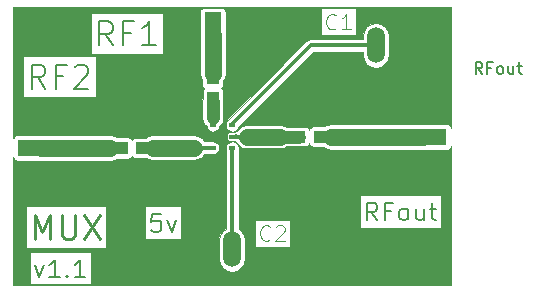
<source format=gbr>
G04 #@! TF.FileFunction,Copper,L1,Top,Signal*
%FSLAX46Y46*%
G04 Gerber Fmt 4.6, Leading zero omitted, Abs format (unit mm)*
G04 Created by KiCad (PCBNEW 4.0.2+dfsg1-stable) date Qua 18 Mai 2016 07:41:20 BRT*
%MOMM*%
G01*
G04 APERTURE LIST*
%ADD10C,0.100000*%
%ADD11C,0.200000*%
%ADD12C,0.150000*%
%ADD13C,0.250000*%
%ADD14C,1.500000*%
%ADD15O,1.506220X3.014980*%
%ADD16R,4.000000X1.475000*%
%ADD17R,1.475000X4.000000*%
%ADD18R,1.100000X1.000000*%
%ADD19R,1.100000X1.100000*%
%ADD20R,1.000000X1.100000*%
%ADD21R,0.610000X0.380000*%
%ADD22C,0.380000*%
%ADD23C,1.470000*%
%ADD24C,1.100000*%
G04 APERTURE END LIST*
D10*
D11*
X162534766Y-104264851D02*
X162034766Y-103550566D01*
X161677623Y-104264851D02*
X161677623Y-102764851D01*
X162249051Y-102764851D01*
X162391909Y-102836280D01*
X162463337Y-102907709D01*
X162534766Y-103050566D01*
X162534766Y-103264851D01*
X162463337Y-103407709D01*
X162391909Y-103479137D01*
X162249051Y-103550566D01*
X161677623Y-103550566D01*
X163677623Y-103479137D02*
X163177623Y-103479137D01*
X163177623Y-104264851D02*
X163177623Y-102764851D01*
X163891909Y-102764851D01*
X164677623Y-104264851D02*
X164534765Y-104193423D01*
X164463337Y-104121994D01*
X164391908Y-103979137D01*
X164391908Y-103550566D01*
X164463337Y-103407709D01*
X164534765Y-103336280D01*
X164677623Y-103264851D01*
X164891908Y-103264851D01*
X165034765Y-103336280D01*
X165106194Y-103407709D01*
X165177623Y-103550566D01*
X165177623Y-103979137D01*
X165106194Y-104121994D01*
X165034765Y-104193423D01*
X164891908Y-104264851D01*
X164677623Y-104264851D01*
X166463337Y-103264851D02*
X166463337Y-104264851D01*
X165820480Y-103264851D02*
X165820480Y-104050566D01*
X165891908Y-104193423D01*
X166034766Y-104264851D01*
X166249051Y-104264851D01*
X166391908Y-104193423D01*
X166463337Y-104121994D01*
X166963337Y-103264851D02*
X167534766Y-103264851D01*
X167177623Y-102764851D02*
X167177623Y-104050566D01*
X167249051Y-104193423D01*
X167391909Y-104264851D01*
X167534766Y-104264851D01*
X144194875Y-103714811D02*
X143480589Y-103714811D01*
X143409160Y-104429097D01*
X143480589Y-104357669D01*
X143623446Y-104286240D01*
X143980589Y-104286240D01*
X144123446Y-104357669D01*
X144194875Y-104429097D01*
X144266303Y-104571954D01*
X144266303Y-104929097D01*
X144194875Y-105071954D01*
X144123446Y-105143383D01*
X143980589Y-105214811D01*
X143623446Y-105214811D01*
X143480589Y-105143383D01*
X143409160Y-105071954D01*
X144766303Y-104214811D02*
X145123446Y-105214811D01*
X145480588Y-104214811D01*
D10*
X153453334Y-105874286D02*
X153391429Y-105936190D01*
X153205715Y-105998095D01*
X153081905Y-105998095D01*
X152896191Y-105936190D01*
X152772382Y-105812381D01*
X152710477Y-105688571D01*
X152648572Y-105440952D01*
X152648572Y-105255238D01*
X152710477Y-105007619D01*
X152772382Y-104883810D01*
X152896191Y-104760000D01*
X153081905Y-104698095D01*
X153205715Y-104698095D01*
X153391429Y-104760000D01*
X153453334Y-104821905D01*
X153948572Y-104821905D02*
X154010477Y-104760000D01*
X154134286Y-104698095D01*
X154443810Y-104698095D01*
X154567620Y-104760000D01*
X154629524Y-104821905D01*
X154691429Y-104945714D01*
X154691429Y-105069524D01*
X154629524Y-105255238D01*
X153886667Y-105998095D01*
X154691429Y-105998095D01*
X159041334Y-87967286D02*
X158979429Y-88029190D01*
X158793715Y-88091095D01*
X158669905Y-88091095D01*
X158484191Y-88029190D01*
X158360382Y-87905381D01*
X158298477Y-87781571D01*
X158236572Y-87533952D01*
X158236572Y-87348238D01*
X158298477Y-87100619D01*
X158360382Y-86976810D01*
X158484191Y-86853000D01*
X158669905Y-86791095D01*
X158793715Y-86791095D01*
X158979429Y-86853000D01*
X159041334Y-86914905D01*
X160279429Y-88091095D02*
X159536572Y-88091095D01*
X159908001Y-88091095D02*
X159908001Y-86791095D01*
X159784191Y-86976810D01*
X159660382Y-87100619D01*
X159536572Y-87162524D01*
D11*
X171440476Y-91872381D02*
X171107142Y-91396190D01*
X170869047Y-91872381D02*
X170869047Y-90872381D01*
X171250000Y-90872381D01*
X171345238Y-90920000D01*
X171392857Y-90967619D01*
X171440476Y-91062857D01*
X171440476Y-91205714D01*
X171392857Y-91300952D01*
X171345238Y-91348571D01*
X171250000Y-91396190D01*
X170869047Y-91396190D01*
X172202381Y-91348571D02*
X171869047Y-91348571D01*
X171869047Y-91872381D02*
X171869047Y-90872381D01*
X172345238Y-90872381D01*
X172869047Y-91872381D02*
X172773809Y-91824762D01*
X172726190Y-91777143D01*
X172678571Y-91681905D01*
X172678571Y-91396190D01*
X172726190Y-91300952D01*
X172773809Y-91253333D01*
X172869047Y-91205714D01*
X173011905Y-91205714D01*
X173107143Y-91253333D01*
X173154762Y-91300952D01*
X173202381Y-91396190D01*
X173202381Y-91681905D01*
X173154762Y-91777143D01*
X173107143Y-91824762D01*
X173011905Y-91872381D01*
X172869047Y-91872381D01*
X174059524Y-91205714D02*
X174059524Y-91872381D01*
X173630952Y-91205714D02*
X173630952Y-91729524D01*
X173678571Y-91824762D01*
X173773809Y-91872381D01*
X173916667Y-91872381D01*
X174011905Y-91824762D01*
X174059524Y-91777143D01*
X174392857Y-91205714D02*
X174773809Y-91205714D01*
X174535714Y-90872381D02*
X174535714Y-91729524D01*
X174583333Y-91824762D01*
X174678571Y-91872381D01*
X174773809Y-91872381D01*
X134445524Y-93106762D02*
X133778857Y-92154381D01*
X133302666Y-93106762D02*
X133302666Y-91106762D01*
X134064571Y-91106762D01*
X134255047Y-91202000D01*
X134350286Y-91297238D01*
X134445524Y-91487714D01*
X134445524Y-91773429D01*
X134350286Y-91963905D01*
X134255047Y-92059143D01*
X134064571Y-92154381D01*
X133302666Y-92154381D01*
X135969333Y-92059143D02*
X135302666Y-92059143D01*
X135302666Y-93106762D02*
X135302666Y-91106762D01*
X136255047Y-91106762D01*
X136921714Y-91297238D02*
X137016952Y-91202000D01*
X137207429Y-91106762D01*
X137683619Y-91106762D01*
X137874095Y-91202000D01*
X137969333Y-91297238D01*
X138064572Y-91487714D01*
X138064572Y-91678190D01*
X137969333Y-91963905D01*
X136826476Y-93106762D01*
X138064572Y-93106762D01*
X140160524Y-89423762D02*
X139493857Y-88471381D01*
X139017666Y-89423762D02*
X139017666Y-87423762D01*
X139779571Y-87423762D01*
X139970047Y-87519000D01*
X140065286Y-87614238D01*
X140160524Y-87804714D01*
X140160524Y-88090429D01*
X140065286Y-88280905D01*
X139970047Y-88376143D01*
X139779571Y-88471381D01*
X139017666Y-88471381D01*
X141684333Y-88376143D02*
X141017666Y-88376143D01*
X141017666Y-89423762D02*
X141017666Y-87423762D01*
X141970047Y-87423762D01*
X143779572Y-89423762D02*
X142636714Y-89423762D01*
X143208143Y-89423762D02*
X143208143Y-87423762D01*
X143017667Y-87709476D01*
X142827191Y-87899952D01*
X142636714Y-87995190D01*
D12*
X133569344Y-108085771D02*
X133926487Y-109085771D01*
X134283629Y-108085771D01*
X135640772Y-109085771D02*
X134783629Y-109085771D01*
X135212201Y-109085771D02*
X135212201Y-107585771D01*
X135069344Y-107800057D01*
X134926486Y-107942914D01*
X134783629Y-108014343D01*
X136283629Y-108942914D02*
X136355057Y-109014343D01*
X136283629Y-109085771D01*
X136212200Y-109014343D01*
X136283629Y-108942914D01*
X136283629Y-109085771D01*
X137783629Y-109085771D02*
X136926486Y-109085771D01*
X137355058Y-109085771D02*
X137355058Y-107585771D01*
X137212201Y-107800057D01*
X137069343Y-107942914D01*
X136926486Y-108014343D01*
D13*
X133523053Y-105847402D02*
X133523053Y-103847402D01*
X134189720Y-105275973D01*
X134856387Y-103847402D01*
X134856387Y-105847402D01*
X135808767Y-103847402D02*
X135808767Y-105466450D01*
X135904006Y-105656926D01*
X135999244Y-105752164D01*
X136189720Y-105847402D01*
X136570672Y-105847402D01*
X136761148Y-105752164D01*
X136856387Y-105656926D01*
X136951625Y-105466450D01*
X136951625Y-103847402D01*
X137713529Y-103847402D02*
X139046863Y-105847402D01*
X139046863Y-103847402D02*
X137713529Y-105847402D01*
D14*
X155000000Y-94670000D03*
X157500000Y-94670000D03*
X160000000Y-94670000D03*
X162500000Y-94670000D03*
X152500000Y-99670000D03*
X155000000Y-99670000D03*
X157500000Y-99670000D03*
X160000000Y-99670000D03*
X162500000Y-99670000D03*
X146110000Y-94000000D03*
X145040000Y-95600000D03*
X147540000Y-100600000D03*
X145040000Y-100600000D03*
X142540000Y-100600000D03*
X140040000Y-100600000D03*
X142540000Y-95600000D03*
X140040000Y-95600000D03*
X137540000Y-95600000D03*
X137540000Y-100600000D03*
X151110000Y-91500000D03*
D15*
X162400000Y-89460000D03*
X164940000Y-89460000D03*
X150240000Y-106720000D03*
X147700000Y-106720000D03*
D16*
X166420000Y-97200000D03*
D17*
X148610000Y-88610000D03*
D16*
X134070000Y-98130000D03*
D14*
X146110000Y-91500000D03*
D18*
X142600000Y-98130000D03*
D19*
X140900000Y-98130000D03*
D18*
X157650000Y-97170000D03*
D19*
X155950000Y-97170000D03*
D20*
X148610000Y-93910000D03*
D19*
X148610000Y-92210000D03*
D21*
X148620000Y-97170000D03*
X148620000Y-98110000D03*
X148620000Y-96230000D03*
X150260000Y-97170000D03*
X150260000Y-96230000D03*
X150260000Y-98110000D03*
D22*
X148620000Y-98110000D02*
X146980000Y-98110000D01*
D23*
X146980000Y-98110000D02*
X143580000Y-98110000D01*
X134070000Y-98130000D02*
X139900000Y-98130000D01*
X139900000Y-98130000D02*
X139910000Y-98140000D01*
X166420000Y-97200000D02*
X158670000Y-97200000D01*
X158670000Y-97200000D02*
X158660000Y-97190000D01*
D24*
X155950000Y-97170000D02*
X154310320Y-97170000D01*
D23*
X154310320Y-97170000D02*
X154289760Y-97190560D01*
X154289760Y-97190560D02*
X151485600Y-97190560D01*
D22*
X151485600Y-97190560D02*
X151465280Y-97170240D01*
X151465280Y-97170240D02*
X150611840Y-97170240D01*
X150611840Y-97170240D02*
X150591520Y-97149920D01*
X148620480Y-96229520D02*
X148620000Y-96230000D01*
D13*
X148619560Y-96230440D02*
X148620000Y-96230000D01*
D24*
X148610000Y-94140000D02*
X148610000Y-95590000D01*
D23*
X148610000Y-88610000D02*
X148610000Y-91820000D01*
X148610000Y-91820000D02*
X148630000Y-91840000D01*
D22*
X150260000Y-96230000D02*
X150260000Y-96110000D01*
X150260000Y-96110000D02*
X156910000Y-89460000D01*
X156910000Y-89460000D02*
X162400000Y-89460000D01*
D13*
X162770000Y-90190000D02*
X162780000Y-90180000D01*
D22*
X150260000Y-98110000D02*
X150260000Y-106700000D01*
X150260000Y-106700000D02*
X150240000Y-106720000D01*
D10*
G36*
X168775000Y-96452636D02*
X168752451Y-96332798D01*
X168675797Y-96213675D01*
X168558837Y-96133759D01*
X168420000Y-96105644D01*
X164420000Y-96105644D01*
X164370277Y-96115000D01*
X158710273Y-96115000D01*
X158660000Y-96105000D01*
X158244789Y-96187591D01*
X158056885Y-96313144D01*
X157100000Y-96313144D01*
X156970298Y-96337549D01*
X156851175Y-96414203D01*
X156771259Y-96531163D01*
X156754113Y-96615833D01*
X156737465Y-96527356D01*
X156682712Y-96442268D01*
X156599169Y-96385185D01*
X156500000Y-96365103D01*
X155400000Y-96365103D01*
X155373974Y-96370000D01*
X154851921Y-96370000D01*
X154687263Y-96259979D01*
X154310320Y-96185000D01*
X154206958Y-96205560D01*
X151485600Y-96205560D01*
X151108657Y-96280539D01*
X150789100Y-96494060D01*
X150638609Y-96719286D01*
X150591520Y-96709920D01*
X150423139Y-96743413D01*
X150297950Y-96827062D01*
X149955000Y-96827062D01*
X149899414Y-96837521D01*
X149848361Y-96870373D01*
X149814111Y-96920499D01*
X149802062Y-96980000D01*
X149802062Y-97360000D01*
X149812521Y-97415586D01*
X149845373Y-97466639D01*
X149895499Y-97500889D01*
X149955000Y-97512938D01*
X150347962Y-97512938D01*
X150443459Y-97576747D01*
X150602954Y-97608472D01*
X150789100Y-97887060D01*
X151108657Y-98100581D01*
X151485600Y-98175560D01*
X154289760Y-98175560D01*
X154666703Y-98100581D01*
X154862131Y-97970000D01*
X155375818Y-97970000D01*
X155400000Y-97974897D01*
X156500000Y-97974897D01*
X156592644Y-97957465D01*
X156677732Y-97902712D01*
X156734815Y-97819169D01*
X156753682Y-97726002D01*
X156767549Y-97799702D01*
X156844203Y-97918825D01*
X156961163Y-97998741D01*
X157100000Y-98026856D01*
X157992054Y-98026856D01*
X158254788Y-98202409D01*
X158670000Y-98285000D01*
X164373798Y-98285000D01*
X164420000Y-98294356D01*
X168420000Y-98294356D01*
X168549702Y-98269951D01*
X168668825Y-98193297D01*
X168748741Y-98076337D01*
X168775000Y-97946665D01*
X168775000Y-109775000D01*
X131725000Y-109775000D01*
X131725000Y-106982200D01*
X133130058Y-106982200D01*
X133130058Y-109682200D01*
X138294343Y-109682200D01*
X138294343Y-106982200D01*
X133130058Y-106982200D01*
X131725000Y-106982200D01*
X131725000Y-103017640D01*
X132771863Y-103017640D01*
X132771863Y-106617640D01*
X139607577Y-106617640D01*
X139607577Y-105929230D01*
X149136890Y-105929230D01*
X149136890Y-107510770D01*
X149220859Y-107932912D01*
X149459983Y-108290787D01*
X149817858Y-108529911D01*
X150240000Y-108613880D01*
X150662142Y-108529911D01*
X151020017Y-108290787D01*
X151259141Y-107932912D01*
X151343110Y-107510770D01*
X151343110Y-105929230D01*
X151259141Y-105507088D01*
X151020017Y-105149213D01*
X150800000Y-105002203D01*
X150800000Y-104200000D01*
X152200953Y-104200000D01*
X152200953Y-106520000D01*
X155139048Y-106520000D01*
X155139048Y-104200000D01*
X152200953Y-104200000D01*
X150800000Y-104200000D01*
X150800000Y-102086280D01*
X161070480Y-102086280D01*
X161070480Y-104886280D01*
X167927623Y-104886280D01*
X167927623Y-102086280D01*
X161070480Y-102086280D01*
X150800000Y-102086280D01*
X150800000Y-98110000D01*
X150758895Y-97903351D01*
X150641838Y-97728162D01*
X150466649Y-97611105D01*
X150260000Y-97570000D01*
X150053351Y-97611105D01*
X149878162Y-97728162D01*
X149761105Y-97903351D01*
X149720000Y-98110000D01*
X149720000Y-104975476D01*
X149459983Y-105149213D01*
X149220859Y-105507088D01*
X149136890Y-105929230D01*
X139607577Y-105929230D01*
X139607577Y-103036240D01*
X142873446Y-103036240D01*
X142873446Y-105836240D01*
X145944874Y-105836240D01*
X145944874Y-103036240D01*
X142873446Y-103036240D01*
X139607577Y-103036240D01*
X139607577Y-103017640D01*
X132771863Y-103017640D01*
X131725000Y-103017640D01*
X131725000Y-98930510D01*
X131737549Y-98997202D01*
X131814203Y-99116325D01*
X131931163Y-99196241D01*
X132070000Y-99224356D01*
X136070000Y-99224356D01*
X136119723Y-99215000D01*
X139859727Y-99215000D01*
X139910000Y-99225000D01*
X140325211Y-99142409D01*
X140483183Y-99036856D01*
X141450000Y-99036856D01*
X141579702Y-99012451D01*
X141698825Y-98935797D01*
X141766824Y-98836278D01*
X141794203Y-98878825D01*
X141911163Y-98958741D01*
X142050000Y-98986856D01*
X142976884Y-98986856D01*
X143164788Y-99112409D01*
X143580000Y-99195000D01*
X146980000Y-99195000D01*
X147395212Y-99112409D01*
X147747211Y-98877211D01*
X147899028Y-98650000D01*
X148620000Y-98650000D01*
X148826649Y-98608895D01*
X149001838Y-98491838D01*
X149118895Y-98316649D01*
X149160000Y-98110000D01*
X149118895Y-97903351D01*
X149001838Y-97728162D01*
X148826649Y-97611105D01*
X148620000Y-97570000D01*
X147899028Y-97570000D01*
X147747211Y-97342789D01*
X147395212Y-97107591D01*
X146980000Y-97025000D01*
X143580000Y-97025000D01*
X143164788Y-97107591D01*
X142917020Y-97273144D01*
X142050000Y-97273144D01*
X141920298Y-97297549D01*
X141801175Y-97374203D01*
X141766315Y-97425222D01*
X141705797Y-97331175D01*
X141588837Y-97251259D01*
X141450000Y-97223144D01*
X140458217Y-97223144D01*
X140315212Y-97127591D01*
X139900000Y-97045000D01*
X136116202Y-97045000D01*
X136070000Y-97035644D01*
X132070000Y-97035644D01*
X131940298Y-97060049D01*
X131821175Y-97136703D01*
X131741259Y-97253663D01*
X131725000Y-97333953D01*
X131725000Y-90352000D01*
X132576476Y-90352000D01*
X132576476Y-93852000D01*
X138695524Y-93852000D01*
X138695524Y-90352000D01*
X132576476Y-90352000D01*
X131725000Y-90352000D01*
X131725000Y-86669000D01*
X138291476Y-86669000D01*
X138291476Y-90169000D01*
X144410524Y-90169000D01*
X144410524Y-86669000D01*
X138291476Y-86669000D01*
X131725000Y-86669000D01*
X131725000Y-86610000D01*
X147515644Y-86610000D01*
X147515644Y-90610000D01*
X147525000Y-90659723D01*
X147525000Y-91820000D01*
X147607591Y-92235212D01*
X147703144Y-92378217D01*
X147703144Y-92760000D01*
X147727549Y-92889702D01*
X147804203Y-93008825D01*
X147903722Y-93076824D01*
X147861175Y-93104203D01*
X147781259Y-93221163D01*
X147753144Y-93360000D01*
X147753144Y-93923099D01*
X147710000Y-94140000D01*
X147710000Y-95590000D01*
X147778508Y-95934415D01*
X147973604Y-96226396D01*
X148095482Y-96307832D01*
X148121105Y-96436649D01*
X148238162Y-96611838D01*
X148413351Y-96728895D01*
X148620000Y-96770000D01*
X148826649Y-96728895D01*
X149001838Y-96611838D01*
X149002318Y-96611358D01*
X149119375Y-96436169D01*
X149148028Y-96292124D01*
X149246396Y-96226396D01*
X149324169Y-96110000D01*
X149720000Y-96110000D01*
X149720000Y-96230000D01*
X149761105Y-96436649D01*
X149878162Y-96611838D01*
X150053351Y-96728895D01*
X150260000Y-96770000D01*
X150466649Y-96728895D01*
X150641838Y-96611838D01*
X150758895Y-96436649D01*
X150774257Y-96359419D01*
X157133676Y-90000000D01*
X161296890Y-90000000D01*
X161296890Y-90250770D01*
X161380859Y-90672912D01*
X161619983Y-91030787D01*
X161977858Y-91269911D01*
X162400000Y-91353880D01*
X162822142Y-91269911D01*
X163180017Y-91030787D01*
X163419141Y-90672912D01*
X163503110Y-90250770D01*
X163503110Y-88669230D01*
X163419141Y-88247088D01*
X163180017Y-87889213D01*
X162822142Y-87650089D01*
X162400000Y-87566120D01*
X161977858Y-87650089D01*
X161619983Y-87889213D01*
X161380859Y-88247088D01*
X161296890Y-88669230D01*
X161296890Y-88920000D01*
X156910000Y-88920000D01*
X156703351Y-88961105D01*
X156528162Y-89078162D01*
X149878162Y-95728162D01*
X149761105Y-95903351D01*
X149720000Y-96110000D01*
X149324169Y-96110000D01*
X149441492Y-95934415D01*
X149510000Y-95590000D01*
X149510000Y-94140000D01*
X149466856Y-93923099D01*
X149466856Y-93360000D01*
X149442451Y-93230298D01*
X149365797Y-93111175D01*
X149314778Y-93076315D01*
X149408825Y-93015797D01*
X149488741Y-92898837D01*
X149516856Y-92760000D01*
X149516856Y-92428149D01*
X149632409Y-92255211D01*
X149715000Y-91840000D01*
X149695000Y-91739454D01*
X149695000Y-90656202D01*
X149704356Y-90610000D01*
X149704356Y-86610000D01*
X149679951Y-86480298D01*
X149603297Y-86361175D01*
X149503521Y-86293000D01*
X157788953Y-86293000D01*
X157788953Y-88613000D01*
X160727048Y-88613000D01*
X160727048Y-86293000D01*
X157788953Y-86293000D01*
X149503521Y-86293000D01*
X149486337Y-86281259D01*
X149347500Y-86253144D01*
X147872500Y-86253144D01*
X147742798Y-86277549D01*
X147623675Y-86354203D01*
X147543759Y-86471163D01*
X147515644Y-86610000D01*
X131725000Y-86610000D01*
X131725000Y-86225000D01*
X168775000Y-86225000D01*
X168775000Y-96452636D01*
X168775000Y-96452636D01*
G37*
X168775000Y-96452636D02*
X168752451Y-96332798D01*
X168675797Y-96213675D01*
X168558837Y-96133759D01*
X168420000Y-96105644D01*
X164420000Y-96105644D01*
X164370277Y-96115000D01*
X158710273Y-96115000D01*
X158660000Y-96105000D01*
X158244789Y-96187591D01*
X158056885Y-96313144D01*
X157100000Y-96313144D01*
X156970298Y-96337549D01*
X156851175Y-96414203D01*
X156771259Y-96531163D01*
X156754113Y-96615833D01*
X156737465Y-96527356D01*
X156682712Y-96442268D01*
X156599169Y-96385185D01*
X156500000Y-96365103D01*
X155400000Y-96365103D01*
X155373974Y-96370000D01*
X154851921Y-96370000D01*
X154687263Y-96259979D01*
X154310320Y-96185000D01*
X154206958Y-96205560D01*
X151485600Y-96205560D01*
X151108657Y-96280539D01*
X150789100Y-96494060D01*
X150638609Y-96719286D01*
X150591520Y-96709920D01*
X150423139Y-96743413D01*
X150297950Y-96827062D01*
X149955000Y-96827062D01*
X149899414Y-96837521D01*
X149848361Y-96870373D01*
X149814111Y-96920499D01*
X149802062Y-96980000D01*
X149802062Y-97360000D01*
X149812521Y-97415586D01*
X149845373Y-97466639D01*
X149895499Y-97500889D01*
X149955000Y-97512938D01*
X150347962Y-97512938D01*
X150443459Y-97576747D01*
X150602954Y-97608472D01*
X150789100Y-97887060D01*
X151108657Y-98100581D01*
X151485600Y-98175560D01*
X154289760Y-98175560D01*
X154666703Y-98100581D01*
X154862131Y-97970000D01*
X155375818Y-97970000D01*
X155400000Y-97974897D01*
X156500000Y-97974897D01*
X156592644Y-97957465D01*
X156677732Y-97902712D01*
X156734815Y-97819169D01*
X156753682Y-97726002D01*
X156767549Y-97799702D01*
X156844203Y-97918825D01*
X156961163Y-97998741D01*
X157100000Y-98026856D01*
X157992054Y-98026856D01*
X158254788Y-98202409D01*
X158670000Y-98285000D01*
X164373798Y-98285000D01*
X164420000Y-98294356D01*
X168420000Y-98294356D01*
X168549702Y-98269951D01*
X168668825Y-98193297D01*
X168748741Y-98076337D01*
X168775000Y-97946665D01*
X168775000Y-109775000D01*
X131725000Y-109775000D01*
X131725000Y-106982200D01*
X133130058Y-106982200D01*
X133130058Y-109682200D01*
X138294343Y-109682200D01*
X138294343Y-106982200D01*
X133130058Y-106982200D01*
X131725000Y-106982200D01*
X131725000Y-103017640D01*
X132771863Y-103017640D01*
X132771863Y-106617640D01*
X139607577Y-106617640D01*
X139607577Y-105929230D01*
X149136890Y-105929230D01*
X149136890Y-107510770D01*
X149220859Y-107932912D01*
X149459983Y-108290787D01*
X149817858Y-108529911D01*
X150240000Y-108613880D01*
X150662142Y-108529911D01*
X151020017Y-108290787D01*
X151259141Y-107932912D01*
X151343110Y-107510770D01*
X151343110Y-105929230D01*
X151259141Y-105507088D01*
X151020017Y-105149213D01*
X150800000Y-105002203D01*
X150800000Y-104200000D01*
X152200953Y-104200000D01*
X152200953Y-106520000D01*
X155139048Y-106520000D01*
X155139048Y-104200000D01*
X152200953Y-104200000D01*
X150800000Y-104200000D01*
X150800000Y-102086280D01*
X161070480Y-102086280D01*
X161070480Y-104886280D01*
X167927623Y-104886280D01*
X167927623Y-102086280D01*
X161070480Y-102086280D01*
X150800000Y-102086280D01*
X150800000Y-98110000D01*
X150758895Y-97903351D01*
X150641838Y-97728162D01*
X150466649Y-97611105D01*
X150260000Y-97570000D01*
X150053351Y-97611105D01*
X149878162Y-97728162D01*
X149761105Y-97903351D01*
X149720000Y-98110000D01*
X149720000Y-104975476D01*
X149459983Y-105149213D01*
X149220859Y-105507088D01*
X149136890Y-105929230D01*
X139607577Y-105929230D01*
X139607577Y-103036240D01*
X142873446Y-103036240D01*
X142873446Y-105836240D01*
X145944874Y-105836240D01*
X145944874Y-103036240D01*
X142873446Y-103036240D01*
X139607577Y-103036240D01*
X139607577Y-103017640D01*
X132771863Y-103017640D01*
X131725000Y-103017640D01*
X131725000Y-98930510D01*
X131737549Y-98997202D01*
X131814203Y-99116325D01*
X131931163Y-99196241D01*
X132070000Y-99224356D01*
X136070000Y-99224356D01*
X136119723Y-99215000D01*
X139859727Y-99215000D01*
X139910000Y-99225000D01*
X140325211Y-99142409D01*
X140483183Y-99036856D01*
X141450000Y-99036856D01*
X141579702Y-99012451D01*
X141698825Y-98935797D01*
X141766824Y-98836278D01*
X141794203Y-98878825D01*
X141911163Y-98958741D01*
X142050000Y-98986856D01*
X142976884Y-98986856D01*
X143164788Y-99112409D01*
X143580000Y-99195000D01*
X146980000Y-99195000D01*
X147395212Y-99112409D01*
X147747211Y-98877211D01*
X147899028Y-98650000D01*
X148620000Y-98650000D01*
X148826649Y-98608895D01*
X149001838Y-98491838D01*
X149118895Y-98316649D01*
X149160000Y-98110000D01*
X149118895Y-97903351D01*
X149001838Y-97728162D01*
X148826649Y-97611105D01*
X148620000Y-97570000D01*
X147899028Y-97570000D01*
X147747211Y-97342789D01*
X147395212Y-97107591D01*
X146980000Y-97025000D01*
X143580000Y-97025000D01*
X143164788Y-97107591D01*
X142917020Y-97273144D01*
X142050000Y-97273144D01*
X141920298Y-97297549D01*
X141801175Y-97374203D01*
X141766315Y-97425222D01*
X141705797Y-97331175D01*
X141588837Y-97251259D01*
X141450000Y-97223144D01*
X140458217Y-97223144D01*
X140315212Y-97127591D01*
X139900000Y-97045000D01*
X136116202Y-97045000D01*
X136070000Y-97035644D01*
X132070000Y-97035644D01*
X131940298Y-97060049D01*
X131821175Y-97136703D01*
X131741259Y-97253663D01*
X131725000Y-97333953D01*
X131725000Y-90352000D01*
X132576476Y-90352000D01*
X132576476Y-93852000D01*
X138695524Y-93852000D01*
X138695524Y-90352000D01*
X132576476Y-90352000D01*
X131725000Y-90352000D01*
X131725000Y-86669000D01*
X138291476Y-86669000D01*
X138291476Y-90169000D01*
X144410524Y-90169000D01*
X144410524Y-86669000D01*
X138291476Y-86669000D01*
X131725000Y-86669000D01*
X131725000Y-86610000D01*
X147515644Y-86610000D01*
X147515644Y-90610000D01*
X147525000Y-90659723D01*
X147525000Y-91820000D01*
X147607591Y-92235212D01*
X147703144Y-92378217D01*
X147703144Y-92760000D01*
X147727549Y-92889702D01*
X147804203Y-93008825D01*
X147903722Y-93076824D01*
X147861175Y-93104203D01*
X147781259Y-93221163D01*
X147753144Y-93360000D01*
X147753144Y-93923099D01*
X147710000Y-94140000D01*
X147710000Y-95590000D01*
X147778508Y-95934415D01*
X147973604Y-96226396D01*
X148095482Y-96307832D01*
X148121105Y-96436649D01*
X148238162Y-96611838D01*
X148413351Y-96728895D01*
X148620000Y-96770000D01*
X148826649Y-96728895D01*
X149001838Y-96611838D01*
X149002318Y-96611358D01*
X149119375Y-96436169D01*
X149148028Y-96292124D01*
X149246396Y-96226396D01*
X149324169Y-96110000D01*
X149720000Y-96110000D01*
X149720000Y-96230000D01*
X149761105Y-96436649D01*
X149878162Y-96611838D01*
X150053351Y-96728895D01*
X150260000Y-96770000D01*
X150466649Y-96728895D01*
X150641838Y-96611838D01*
X150758895Y-96436649D01*
X150774257Y-96359419D01*
X157133676Y-90000000D01*
X161296890Y-90000000D01*
X161296890Y-90250770D01*
X161380859Y-90672912D01*
X161619983Y-91030787D01*
X161977858Y-91269911D01*
X162400000Y-91353880D01*
X162822142Y-91269911D01*
X163180017Y-91030787D01*
X163419141Y-90672912D01*
X163503110Y-90250770D01*
X163503110Y-88669230D01*
X163419141Y-88247088D01*
X163180017Y-87889213D01*
X162822142Y-87650089D01*
X162400000Y-87566120D01*
X161977858Y-87650089D01*
X161619983Y-87889213D01*
X161380859Y-88247088D01*
X161296890Y-88669230D01*
X161296890Y-88920000D01*
X156910000Y-88920000D01*
X156703351Y-88961105D01*
X156528162Y-89078162D01*
X149878162Y-95728162D01*
X149761105Y-95903351D01*
X149720000Y-96110000D01*
X149324169Y-96110000D01*
X149441492Y-95934415D01*
X149510000Y-95590000D01*
X149510000Y-94140000D01*
X149466856Y-93923099D01*
X149466856Y-93360000D01*
X149442451Y-93230298D01*
X149365797Y-93111175D01*
X149314778Y-93076315D01*
X149408825Y-93015797D01*
X149488741Y-92898837D01*
X149516856Y-92760000D01*
X149516856Y-92428149D01*
X149632409Y-92255211D01*
X149715000Y-91840000D01*
X149695000Y-91739454D01*
X149695000Y-90656202D01*
X149704356Y-90610000D01*
X149704356Y-86610000D01*
X149679951Y-86480298D01*
X149603297Y-86361175D01*
X149503521Y-86293000D01*
X157788953Y-86293000D01*
X157788953Y-88613000D01*
X160727048Y-88613000D01*
X160727048Y-86293000D01*
X157788953Y-86293000D01*
X149503521Y-86293000D01*
X149486337Y-86281259D01*
X149347500Y-86253144D01*
X147872500Y-86253144D01*
X147742798Y-86277549D01*
X147623675Y-86354203D01*
X147543759Y-86471163D01*
X147515644Y-86610000D01*
X131725000Y-86610000D01*
X131725000Y-86225000D01*
X168775000Y-86225000D01*
X168775000Y-96452636D01*
M02*

</source>
